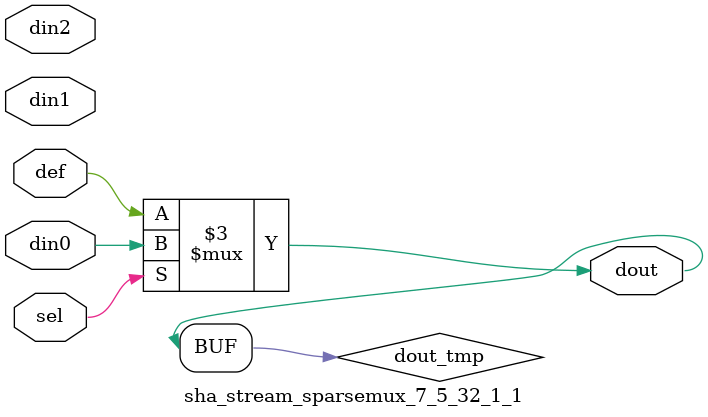
<source format=v>
module sha_stream_sparsemux_7_5_32_1_1 (din0,din1,din2,def,sel,dout); 
parameter din0_WIDTH = 1;
parameter din1_WIDTH = 1;
parameter din2_WIDTH = 1;
parameter def_WIDTH = 1;
parameter sel_WIDTH = 1;
parameter dout_WIDTH = 1;
parameter [sel_WIDTH-1:0] CASE0 = 1;
parameter [sel_WIDTH-1:0] CASE1 = 1;
parameter [sel_WIDTH-1:0] CASE2 = 1;
parameter ID = 1;
parameter NUM_STAGE = 1;
input [din0_WIDTH-1:0] din0;
input [din1_WIDTH-1:0] din1;
input [din2_WIDTH-1:0] din2;
input [def_WIDTH-1:0] def;
input [sel_WIDTH-1:0] sel;
output [dout_WIDTH-1:0] dout;
reg [dout_WIDTH-1:0] dout_tmp;
always @ (*) begin
(* parallel_case *) case (sel)
    CASE0 : dout_tmp = din0;
    CASE1 : dout_tmp = din1;
    CASE2 : dout_tmp = din2;
    default : dout_tmp = def;
endcase
end
assign dout = dout_tmp;
endmodule
</source>
